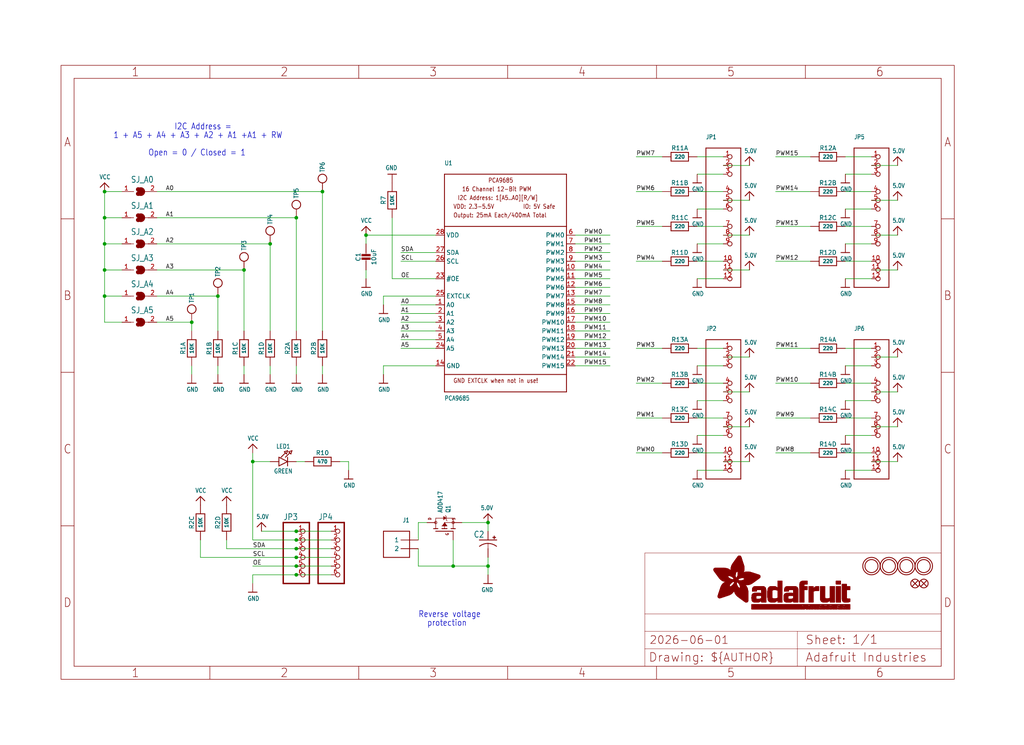
<source format=kicad_sch>
(kicad_sch (version 20230121) (generator eeschema)
  (paper "User" 298.45 217.322)
  (lib_symbols
    (symbol "working-eagle-import:5.0V" (power)
      (property "Value" "5.0V" (at -1.524 1.016 0))
      (symbol "5.0V_1_0"
        (pin power_in line (at 0 -2.54 90) (length 2.54) (name "5.0V") (number "1"))
      )
    )
    (symbol "working-eagle-import:CAP_CERAMIC0805-NOOUTLINE"
      (property "Reference" "C" (at -2.29 1.25 90))
      (symbol "CAP_CERAMIC0805-NOOUTLINE_1_0"
        (pin passive line (at 0 5.08 270) (length 2.54) (name "1") (number "1"))
        (pin passive line (at 0 -2.54 90) (length 2.54) (name "2") (number "2"))
      )
    )
    (symbol "working-eagle-import:CPOL-USE3.5-8"
      (property "Reference" "C" (at 1.016 0.635 0))
      (symbol "CPOL-USE3.5-8_1_0"
        (pin passive line (at 0 2.54 270) (length 2.54) (name "+") (number "+"))
        (pin passive line (at 0 -5.08 90) (length 2.54) (name "-") (number "-"))
      )
    )
    (symbol "working-eagle-import:FIDUCIAL{dblquote}{dblquote}")
    (symbol "working-eagle-import:FRAME_A4_ADAFRUIT"
      (symbol "FRAME_A4_ADAFRUIT_1_0"
        (text "${#}/${##}" (at 230.505 10.16 0) (effects (font (size 2.54 2.54)) (justify left bottom)))
        (text "${AUTHOR}" (at 189.23 5.08 0) (effects (font (size 2.286 2.286)) (justify left bottom)))
        (text "${CURRENT_DATE}" (at 171.45 10.16 0) (effects (font (size 2.286 2.286)) (justify left bottom)))
        (text "${PROJECTNAME}" (at 171.45 15.24 0) (effects (font (size 2.54 2.54)) (justify left bottom)))
        (text "1" (at 21.6958 1.905 0) (effects (font (size 2.54 2.286))))
        (text "1" (at 21.6958 177.165 0) (effects (font (size 2.54 2.286))))
        (text "2" (at 65.0875 1.905 0) (effects (font (size 2.54 2.286))))
        (text "2" (at 65.0875 177.165 0) (effects (font (size 2.54 2.286))))
        (text "3" (at 108.4792 1.905 0) (effects (font (size 2.54 2.286))))
        (text "3" (at 108.4792 177.165 0) (effects (font (size 2.54 2.286))))
        (text "4" (at 151.8708 1.905 0) (effects (font (size 2.54 2.286))))
        (text "4" (at 151.8708 177.165 0) (effects (font (size 2.54 2.286))))
        (text "5" (at 195.2625 1.905 0) (effects (font (size 2.54 2.286))))
        (text "5" (at 195.2625 177.165 0) (effects (font (size 2.54 2.286))))
        (text "6" (at 238.6542 1.905 0) (effects (font (size 2.54 2.286))))
        (text "6" (at 238.6542 177.165 0) (effects (font (size 2.54 2.286))))
        (text "A" (at 1.905 156.6863 0) (effects (font (size 2.54 2.286))))
        (text "A" (at 258.445 156.6863 0) (effects (font (size 2.54 2.286))))
        (text "Adafruit Industries" (at 216.916 4.953 0) (effects (font (size 2.54 2.54)) (justify left bottom)))
        (text "B" (at 1.905 111.9188 0) (effects (font (size 2.54 2.286))))
        (text "B" (at 258.445 111.9188 0) (effects (font (size 2.54 2.286))))
        (text "C" (at 1.905 67.1513 0) (effects (font (size 2.54 2.286))))
        (text "C" (at 258.445 67.1513 0) (effects (font (size 2.54 2.286))))
        (text "D" (at 1.905 22.3838 0) (effects (font (size 2.54 2.286))))
        (text "D" (at 258.445 22.3838 0) (effects (font (size 2.54 2.286))))
        (text "Drawing:" (at 171.196 4.953 0) (effects (font (size 2.54 2.54)) (justify left bottom)))
        (text "Sheet:" (at 216.916 10.033 0) (effects (font (size 2.54 2.54)) (justify left bottom)))
      )
    )
    (symbol "working-eagle-import:GND" (power)
      (property "Value" "GND" (at -1.524 -2.54 0))
      (symbol "GND_1_0"
        (pin power_in line (at 0 2.54 270) (length 2.54) (name "GND") (number "1"))
      )
    )
    (symbol "working-eagle-import:HEADER-3X04"
      (property "Reference" "JP" (at -5.08 22.86 0))
      (symbol "HEADER-3X04_1_0"
        (pin passive inverted (at 0 17.78 0) (length 2.54) (name "1") (number "1"))
        (pin passive inverted (at 0 -12.7 0) (length 2.54) (name "10") (number "10"))
        (pin passive inverted (at 0 -15.24 0) (length 2.54) (name "11") (number "11"))
        (pin passive inverted (at 0 -17.78 0) (length 2.54) (name "12") (number "12"))
        (pin passive inverted (at 0 15.24 0) (length 2.54) (name "2") (number "2"))
        (pin passive inverted (at 0 12.7 0) (length 2.54) (name "3") (number "3"))
        (pin passive inverted (at 0 7.62 0) (length 2.54) (name "4") (number "4"))
        (pin passive inverted (at 0 5.08 0) (length 2.54) (name "5") (number "5"))
        (pin passive inverted (at 0 2.54 0) (length 2.54) (name "6") (number "6"))
        (pin passive inverted (at 0 -2.54 0) (length 2.54) (name "7") (number "7"))
        (pin passive inverted (at 0 -5.08 0) (length 2.54) (name "8") (number "8"))
        (pin passive inverted (at 0 -7.62 0) (length 2.54) (name "9") (number "9"))
      )
    )
    (symbol "working-eagle-import:LED0805_NOOUTLINE"
      (property "Reference" "D" (at -1.27 4.445 0))
      (symbol "LED0805_NOOUTLINE_1_0"
        (pin passive line (at -5.08 0 0) (length 2.54) (name "A") (number "A"))
        (pin passive line (at 2.54 0 180) (length 2.54) (name "C") (number "C"))
      )
    )
    (symbol "working-eagle-import:MOSFET-PTO252"
      (property "Reference" "Q" (at 2.794 0.381 0))
      (symbol "MOSFET-PTO252_1_0"
        (text "D" (at 0.635 -3.81 0) (effects (font (size 0.8128 0.6908)) (justify left bottom)))
        (text "G" (at -3.81 1.27 0) (effects (font (size 0.8128 0.6908)) (justify left bottom)))
        (text "S" (at 0.635 3.175 0) (effects (font (size 0.8128 0.6908)) (justify left bottom)))
        (pin passive line (at -5.08 2.54 0) (length 2.54) (name "G") (number "1"))
        (pin passive line (at 0 5.08 270) (length 2.54) (name "S") (number "2"))
        (pin passive line (at 0 -5.08 90) (length 2.54) (name "D") (number "3"))
      )
    )
    (symbol "working-eagle-import:MOUNTINGHOLE2.5")
    (symbol "working-eagle-import:PCA9685"
      (property "Reference" "U" (at -17.78 35.56 0))
      (symbol "PCA9685_1_0"
        (text "16 Channel 12-Bit PWM" (at -12.7 27.94 0) (effects (font (size 1.27 1.0795)) (justify left bottom)))
        (text "GND EXTCLK when not in use!" (at -15.24 -27.94 0) (effects (font (size 1.27 1.0795)) (justify left bottom)))
        (text "I2C Address: 1[A5..A0][R/W]" (at -13.97 25.4 0) (effects (font (size 1.27 1.0795)) (justify left bottom)))
        (text "IO: 5V Safe" (at 5.08 22.86 0) (effects (font (size 1.27 1.0795)) (justify left bottom)))
        (text "Output: 25mA Each/400mA Total" (at -15.24 20.32 0) (effects (font (size 1.27 1.0795)) (justify left bottom)))
        (text "PCA9685" (at -5.08 30.48 0) (effects (font (size 1.27 1.0795)) (justify left bottom)))
        (text "VDD: 2.3-5.5V" (at -15.24 22.86 0) (effects (font (size 1.27 1.0795)) (justify left bottom)))
        (pin bidirectional line (at -20.32 -5.08 0) (length 2.54) (name "A0") (number "1"))
        (pin output line (at 20.32 5.08 180) (length 2.54) (name "PWM4") (number "10"))
        (pin output line (at 20.32 2.54 180) (length 2.54) (name "PWM5") (number "11"))
        (pin output line (at 20.32 0 180) (length 2.54) (name "PWM6") (number "12"))
        (pin output line (at 20.32 -2.54 180) (length 2.54) (name "PWM7") (number "13"))
        (pin power_in line (at -20.32 -22.86 0) (length 2.54) (name "GND") (number "14"))
        (pin output line (at 20.32 -5.08 180) (length 2.54) (name "PWM8") (number "15"))
        (pin output line (at 20.32 -7.62 180) (length 2.54) (name "PWM9") (number "16"))
        (pin output line (at 20.32 -10.16 180) (length 2.54) (name "PWM10") (number "17"))
        (pin output line (at 20.32 -12.7 180) (length 2.54) (name "PWM11") (number "18"))
        (pin output line (at 20.32 -15.24 180) (length 2.54) (name "PWM12") (number "19"))
        (pin bidirectional line (at -20.32 -7.62 0) (length 2.54) (name "A1") (number "2"))
        (pin output line (at 20.32 -17.78 180) (length 2.54) (name "PWM13") (number "20"))
        (pin output line (at 20.32 -20.32 180) (length 2.54) (name "PWM14") (number "21"))
        (pin output line (at 20.32 -22.86 180) (length 2.54) (name "PWM15") (number "22"))
        (pin input line (at -20.32 2.54 0) (length 2.54) (name "#OE") (number "23"))
        (pin bidirectional line (at -20.32 -17.78 0) (length 2.54) (name "A5") (number "24"))
        (pin input line (at -20.32 -2.54 0) (length 2.54) (name "EXTCLK") (number "25"))
        (pin bidirectional line (at -20.32 7.62 0) (length 2.54) (name "SCL") (number "26"))
        (pin bidirectional line (at -20.32 10.16 0) (length 2.54) (name "SDA") (number "27"))
        (pin power_in line (at -20.32 15.24 0) (length 2.54) (name "VDD") (number "28"))
        (pin bidirectional line (at -20.32 -10.16 0) (length 2.54) (name "A2") (number "3"))
        (pin bidirectional line (at -20.32 -12.7 0) (length 2.54) (name "A3") (number "4"))
        (pin bidirectional line (at -20.32 -15.24 0) (length 2.54) (name "A4") (number "5"))
        (pin output line (at 20.32 15.24 180) (length 2.54) (name "PWM0") (number "6"))
        (pin output line (at 20.32 12.7 180) (length 2.54) (name "PWM1") (number "7"))
        (pin output line (at 20.32 10.16 180) (length 2.54) (name "PWM2") (number "8"))
        (pin output line (at 20.32 7.62 180) (length 2.54) (name "PWM3") (number "9"))
      )
    )
    (symbol "working-eagle-import:PINHD-1X6CB"
      (property "Reference" "JP" (at -6.35 10.795 0))
      (symbol "PINHD-1X6CB_1_0"
        (pin passive inverted (at -2.54 7.62 0) (length 2.54) (name "1") (number "1"))
        (pin passive inverted (at -2.54 5.08 0) (length 2.54) (name "2") (number "2"))
        (pin passive inverted (at -2.54 2.54 0) (length 2.54) (name "3") (number "3"))
        (pin passive inverted (at -2.54 0 0) (length 2.54) (name "4") (number "4"))
        (pin passive inverted (at -2.54 -2.54 0) (length 2.54) (name "5") (number "5"))
        (pin passive inverted (at -2.54 -5.08 0) (length 2.54) (name "6") (number "6"))
      )
    )
    (symbol "working-eagle-import:RESISTOR0805_NOOUTLINE"
      (property "Reference" "R" (at 0 2.54 0))
      (symbol "RESISTOR0805_NOOUTLINE_1_0"
        (pin passive line (at -5.08 0 0) (length 2.54) (name "1") (number "1"))
        (pin passive line (at 5.08 0 180) (length 2.54) (name "2") (number "2"))
      )
    )
    (symbol "working-eagle-import:RESISTOR_0805MP"
      (property "Reference" "R" (at 0 2.54 0))
      (symbol "RESISTOR_0805MP_1_0"
        (pin passive line (at -5.08 0 0) (length 2.54) (name "1") (number "1"))
        (pin passive line (at 5.08 0 180) (length 2.54) (name "2") (number "2"))
      )
    )
    (symbol "working-eagle-import:RESISTOR_4PACK"
      (property "Reference" "R" (at 0 2.54 0))
      (symbol "RESISTOR_4PACK_1_0"
        (pin passive line (at -5.08 0 0) (length 2.54) (name "1") (number "1"))
        (pin passive line (at 5.08 0 180) (length 2.54) (name "2") (number "8"))
      )
      (symbol "RESISTOR_4PACK_2_0"
        (pin passive line (at -5.08 0 0) (length 2.54) (name "1") (number "2"))
        (pin passive line (at 5.08 0 180) (length 2.54) (name "2") (number "7"))
      )
      (symbol "RESISTOR_4PACK_3_0"
        (pin passive line (at -5.08 0 0) (length 2.54) (name "1") (number "3"))
        (pin passive line (at 5.08 0 180) (length 2.54) (name "2") (number "6"))
      )
      (symbol "RESISTOR_4PACK_4_0"
        (pin passive line (at -5.08 0 0) (length 2.54) (name "1") (number "4"))
        (pin passive line (at 5.08 0 180) (length 2.54) (name "2") (number "5"))
      )
    )
    (symbol "working-eagle-import:SOLDERJUMPERREFLOW_NOPASTE"
      (property "Reference" "SJ" (at -2.54 2.54 0))
      (symbol "SOLDERJUMPERREFLOW_NOPASTE_1_0"
        (pin passive line (at -5.08 0 0) (length 2.54) (name "1") (number "1"))
        (pin passive line (at 5.08 0 180) (length 2.54) (name "2") (number "2"))
      )
    )
    (symbol "working-eagle-import:TERMBLOCK_1X2"
      (property "Reference" "X" (at -2.54 7.62 0))
      (symbol "TERMBLOCK_1X2_1_0"
        (pin passive line (at -5.08 2.54 0) (length 5.08) (name "1") (number "1"))
        (pin passive line (at -5.08 0 0) (length 5.08) (name "2") (number "2"))
      )
    )
    (symbol "working-eagle-import:TESTPOINTROUND1MM"
      (property "Reference" "TP" (at 0 5.588 90))
      (symbol "TESTPOINTROUND1MM_1_0"
        (pin bidirectional line (at 0 0 90) (length 2.54) (name "P$1") (number "P$1"))
      )
    )
    (symbol "working-eagle-import:VCC" (power)
      (property "Value" "VCC" (at -1.524 1.016 0))
      (symbol "VCC_1_0"
        (pin power_in line (at 0 -2.54 90) (length 2.54) (name "VCC") (number "1"))
      )
    )
  )
  (junction (at 142.24 165.1))
  (junction (at 106.68 68.58))
  (junction (at 86.36 157.48))
  (junction (at 30.48 63.5))
  (junction (at 86.36 63.5))
  (junction (at 86.36 160.02))
  (junction (at 30.48 78.74))
  (junction (at 73.66 134.62))
  (junction (at 78.74 71.12))
  (junction (at 30.48 55.88))
  (junction (at 86.36 154.94))
  (junction (at 55.88 93.98))
  (junction (at 142.24 152.4))
  (junction (at 132.08 165.1))
  (junction (at 93.98 55.88))
  (junction (at 86.36 162.56))
  (junction (at 71.12 78.74))
  (junction (at 86.36 167.64))
  (junction (at 30.48 71.12))
  (junction (at 30.48 86.36))
  (junction (at 86.36 165.1))
  (junction (at 63.5 86.36))
  (wire (pts (xy 86.36 167.64) (xy 73.66 167.64)) (stroke (width 0.1524)))
  (wire (pts (xy 76.2 154.94) (xy 86.36 154.94)) (stroke (width 0.1524)))
  (wire (pts (xy 210.82 134.62) (xy 218.44 134.62)) (stroke (width 0.1524)))
  (wire (pts (xy 193.04 132.08) (xy 185.42 132.08)) (stroke (width 0.1524)))
  (wire (pts (xy 101.6 134.62) (xy 101.6 137.16)) (stroke (width 0.1524)))
  (wire (pts (xy 193.04 66.04) (xy 185.42 66.04)) (stroke (width 0.1524)))
  (wire (pts (xy 167.64 96.52) (xy 177.8 96.52)) (stroke (width 0.1524)))
  (wire (pts (xy 210.82 106.68) (xy 203.2 106.68)) (stroke (width 0.1524)))
  (wire (pts (xy 210.82 50.8) (xy 203.2 50.8)) (stroke (width 0.1524)))
  (wire (pts (xy 86.36 165.1) (xy 73.66 165.1)) (stroke (width 0.1524)))
  (wire (pts (xy 45.72 63.5) (xy 86.36 63.5)) (stroke (width 0.1524)))
  (wire (pts (xy 167.64 106.68) (xy 177.8 106.68)) (stroke (width 0.1524)))
  (wire (pts (xy 121.92 152.4) (xy 121.92 157.48)) (stroke (width 0.1524)))
  (wire (pts (xy 210.82 68.58) (xy 218.44 68.58)) (stroke (width 0.1524)))
  (wire (pts (xy 35.56 93.98) (xy 30.48 93.98)) (stroke (width 0.1524)))
  (wire (pts (xy 73.66 157.48) (xy 73.66 134.62)) (stroke (width 0.1524)))
  (wire (pts (xy 210.82 58.42) (xy 218.44 58.42)) (stroke (width 0.1524)))
  (wire (pts (xy 55.88 93.98) (xy 55.88 96.52)) (stroke (width 0.1524)))
  (wire (pts (xy 210.82 48.26) (xy 218.44 48.26)) (stroke (width 0.1524)))
  (wire (pts (xy 167.64 83.82) (xy 177.8 83.82)) (stroke (width 0.1524)))
  (wire (pts (xy 96.52 160.02) (xy 86.36 160.02)) (stroke (width 0.1524)))
  (wire (pts (xy 210.82 60.96) (xy 203.2 60.96)) (stroke (width 0.1524)))
  (wire (pts (xy 127 88.9) (xy 116.84 88.9)) (stroke (width 0.1524)))
  (wire (pts (xy 71.12 78.74) (xy 71.12 96.52)) (stroke (width 0.1524)))
  (wire (pts (xy 236.22 121.92) (xy 226.06 121.92)) (stroke (width 0.1524)))
  (wire (pts (xy 246.38 76.2) (xy 254 76.2)) (stroke (width 0.1524)))
  (wire (pts (xy 142.24 162.56) (xy 142.24 165.1)) (stroke (width 0.1524)))
  (wire (pts (xy 246.38 121.92) (xy 254 121.92)) (stroke (width 0.1524)))
  (wire (pts (xy 106.68 78.74) (xy 106.68 81.28)) (stroke (width 0.1524)))
  (wire (pts (xy 121.92 165.1) (xy 121.92 160.02)) (stroke (width 0.1524)))
  (wire (pts (xy 127 91.44) (xy 116.84 91.44)) (stroke (width 0.1524)))
  (wire (pts (xy 86.36 63.5) (xy 86.36 96.52)) (stroke (width 0.1524)))
  (wire (pts (xy 210.82 104.14) (xy 218.44 104.14)) (stroke (width 0.1524)))
  (wire (pts (xy 193.04 76.2) (xy 185.42 76.2)) (stroke (width 0.1524)))
  (wire (pts (xy 210.82 114.3) (xy 218.44 114.3)) (stroke (width 0.1524)))
  (wire (pts (xy 203.2 111.76) (xy 210.82 111.76)) (stroke (width 0.1524)))
  (wire (pts (xy 96.52 167.64) (xy 86.36 167.64)) (stroke (width 0.1524)))
  (wire (pts (xy 254 68.58) (xy 261.62 68.58)) (stroke (width 0.1524)))
  (wire (pts (xy 106.68 68.58) (xy 127 68.58)) (stroke (width 0.1524)))
  (wire (pts (xy 45.72 55.88) (xy 93.98 55.88)) (stroke (width 0.1524)))
  (wire (pts (xy 210.82 116.84) (xy 203.2 116.84)) (stroke (width 0.1524)))
  (wire (pts (xy 254 78.74) (xy 261.62 78.74)) (stroke (width 0.1524)))
  (wire (pts (xy 167.64 76.2) (xy 177.8 76.2)) (stroke (width 0.1524)))
  (wire (pts (xy 99.06 134.62) (xy 101.6 134.62)) (stroke (width 0.1524)))
  (wire (pts (xy 167.64 86.36) (xy 177.8 86.36)) (stroke (width 0.1524)))
  (wire (pts (xy 35.56 71.12) (xy 30.48 71.12)) (stroke (width 0.1524)))
  (wire (pts (xy 30.48 78.74) (xy 30.48 71.12)) (stroke (width 0.1524)))
  (wire (pts (xy 236.22 76.2) (xy 226.06 76.2)) (stroke (width 0.1524)))
  (wire (pts (xy 254 127) (xy 246.38 127)) (stroke (width 0.1524)))
  (wire (pts (xy 114.3 81.28) (xy 114.3 63.5)) (stroke (width 0.1524)))
  (wire (pts (xy 246.38 66.04) (xy 254 66.04)) (stroke (width 0.1524)))
  (wire (pts (xy 254 71.12) (xy 246.38 71.12)) (stroke (width 0.1524)))
  (wire (pts (xy 127 96.52) (xy 116.84 96.52)) (stroke (width 0.1524)))
  (wire (pts (xy 86.36 106.68) (xy 86.36 109.22)) (stroke (width 0.1524)))
  (wire (pts (xy 86.36 134.62) (xy 88.9 134.62)) (stroke (width 0.1524)))
  (wire (pts (xy 63.5 86.36) (xy 63.5 96.52)) (stroke (width 0.1524)))
  (wire (pts (xy 167.64 91.44) (xy 177.8 91.44)) (stroke (width 0.1524)))
  (wire (pts (xy 124.46 152.4) (xy 121.92 152.4)) (stroke (width 0.1524)))
  (wire (pts (xy 45.72 93.98) (xy 55.88 93.98)) (stroke (width 0.1524)))
  (wire (pts (xy 93.98 55.88) (xy 93.98 96.52)) (stroke (width 0.1524)))
  (wire (pts (xy 106.68 68.58) (xy 106.68 71.12)) (stroke (width 0.1524)))
  (wire (pts (xy 203.2 66.04) (xy 210.82 66.04)) (stroke (width 0.1524)))
  (wire (pts (xy 30.48 93.98) (xy 30.48 86.36)) (stroke (width 0.1524)))
  (wire (pts (xy 127 81.28) (xy 114.3 81.28)) (stroke (width 0.1524)))
  (wire (pts (xy 254 116.84) (xy 246.38 116.84)) (stroke (width 0.1524)))
  (wire (pts (xy 134.62 152.4) (xy 142.24 152.4)) (stroke (width 0.1524)))
  (wire (pts (xy 246.38 55.88) (xy 254 55.88)) (stroke (width 0.1524)))
  (wire (pts (xy 127 73.66) (xy 116.84 73.66)) (stroke (width 0.1524)))
  (wire (pts (xy 167.64 78.74) (xy 177.8 78.74)) (stroke (width 0.1524)))
  (wire (pts (xy 58.42 162.56) (xy 58.42 157.48)) (stroke (width 0.1524)))
  (wire (pts (xy 127 93.98) (xy 116.84 93.98)) (stroke (width 0.1524)))
  (wire (pts (xy 73.66 167.64) (xy 73.66 170.18)) (stroke (width 0.1524)))
  (wire (pts (xy 203.2 101.6) (xy 210.82 101.6)) (stroke (width 0.1524)))
  (wire (pts (xy 210.82 78.74) (xy 218.44 78.74)) (stroke (width 0.1524)))
  (wire (pts (xy 254 106.68) (xy 246.38 106.68)) (stroke (width 0.1524)))
  (wire (pts (xy 35.56 55.88) (xy 30.48 55.88)) (stroke (width 0.1524)))
  (wire (pts (xy 203.2 132.08) (xy 210.82 132.08)) (stroke (width 0.1524)))
  (wire (pts (xy 167.64 99.06) (xy 177.8 99.06)) (stroke (width 0.1524)))
  (wire (pts (xy 210.82 71.12) (xy 203.2 71.12)) (stroke (width 0.1524)))
  (wire (pts (xy 73.66 134.62) (xy 73.66 132.08)) (stroke (width 0.1524)))
  (wire (pts (xy 210.82 124.46) (xy 218.44 124.46)) (stroke (width 0.1524)))
  (wire (pts (xy 185.42 55.88) (xy 193.04 55.88)) (stroke (width 0.1524)))
  (wire (pts (xy 142.24 152.4) (xy 142.24 154.94)) (stroke (width 0.1524)))
  (wire (pts (xy 193.04 111.76) (xy 185.42 111.76)) (stroke (width 0.1524)))
  (wire (pts (xy 30.48 86.36) (xy 30.48 78.74)) (stroke (width 0.1524)))
  (wire (pts (xy 142.24 165.1) (xy 142.24 167.64)) (stroke (width 0.1524)))
  (wire (pts (xy 35.56 63.5) (xy 30.48 63.5)) (stroke (width 0.1524)))
  (wire (pts (xy 193.04 45.72) (xy 185.42 45.72)) (stroke (width 0.1524)))
  (wire (pts (xy 127 76.2) (xy 116.84 76.2)) (stroke (width 0.1524)))
  (wire (pts (xy 86.36 160.02) (xy 66.04 160.02)) (stroke (width 0.1524)))
  (wire (pts (xy 132.08 157.48) (xy 132.08 165.1)) (stroke (width 0.1524)))
  (wire (pts (xy 193.04 101.6) (xy 185.42 101.6)) (stroke (width 0.1524)))
  (wire (pts (xy 63.5 106.68) (xy 63.5 109.22)) (stroke (width 0.1524)))
  (wire (pts (xy 111.76 86.36) (xy 111.76 88.9)) (stroke (width 0.1524)))
  (wire (pts (xy 73.66 134.62) (xy 78.74 134.62)) (stroke (width 0.1524)))
  (wire (pts (xy 236.22 132.08) (xy 226.06 132.08)) (stroke (width 0.1524)))
  (wire (pts (xy 254 114.3) (xy 261.62 114.3)) (stroke (width 0.1524)))
  (wire (pts (xy 203.2 76.2) (xy 210.82 76.2)) (stroke (width 0.1524)))
  (wire (pts (xy 86.36 154.94) (xy 96.52 154.94)) (stroke (width 0.1524)))
  (wire (pts (xy 167.64 93.98) (xy 177.8 93.98)) (stroke (width 0.1524)))
  (wire (pts (xy 246.38 132.08) (xy 254 132.08)) (stroke (width 0.1524)))
  (wire (pts (xy 246.38 101.6) (xy 254 101.6)) (stroke (width 0.1524)))
  (wire (pts (xy 236.22 45.72) (xy 226.06 45.72)) (stroke (width 0.1524)))
  (wire (pts (xy 78.74 106.68) (xy 78.74 109.22)) (stroke (width 0.1524)))
  (wire (pts (xy 45.72 78.74) (xy 71.12 78.74)) (stroke (width 0.1524)))
  (wire (pts (xy 236.22 55.88) (xy 226.06 55.88)) (stroke (width 0.1524)))
  (wire (pts (xy 127 86.36) (xy 111.76 86.36)) (stroke (width 0.1524)))
  (wire (pts (xy 96.52 162.56) (xy 86.36 162.56)) (stroke (width 0.1524)))
  (wire (pts (xy 246.38 111.76) (xy 254 111.76)) (stroke (width 0.1524)))
  (wire (pts (xy 246.38 45.72) (xy 254 45.72)) (stroke (width 0.1524)))
  (wire (pts (xy 66.04 160.02) (xy 66.04 157.48)) (stroke (width 0.1524)))
  (wire (pts (xy 55.88 106.68) (xy 55.88 109.22)) (stroke (width 0.1524)))
  (wire (pts (xy 167.64 81.28) (xy 177.8 81.28)) (stroke (width 0.1524)))
  (wire (pts (xy 167.64 101.6) (xy 177.8 101.6)) (stroke (width 0.1524)))
  (wire (pts (xy 78.74 71.12) (xy 78.74 96.52)) (stroke (width 0.1524)))
  (wire (pts (xy 96.52 157.48) (xy 86.36 157.48)) (stroke (width 0.1524)))
  (wire (pts (xy 210.82 81.28) (xy 203.2 81.28)) (stroke (width 0.1524)))
  (wire (pts (xy 254 48.26) (xy 261.62 48.26)) (stroke (width 0.1524)))
  (wire (pts (xy 254 104.14) (xy 261.62 104.14)) (stroke (width 0.1524)))
  (wire (pts (xy 45.72 71.12) (xy 78.74 71.12)) (stroke (width 0.1524)))
  (wire (pts (xy 86.36 162.56) (xy 58.42 162.56)) (stroke (width 0.1524)))
  (wire (pts (xy 167.64 68.58) (xy 177.8 68.58)) (stroke (width 0.1524)))
  (wire (pts (xy 236.22 101.6) (xy 226.06 101.6)) (stroke (width 0.1524)))
  (wire (pts (xy 127 106.68) (xy 111.76 106.68)) (stroke (width 0.1524)))
  (wire (pts (xy 96.52 165.1) (xy 86.36 165.1)) (stroke (width 0.1524)))
  (wire (pts (xy 71.12 106.68) (xy 71.12 109.22)) (stroke (width 0.1524)))
  (wire (pts (xy 210.82 137.16) (xy 203.2 137.16)) (stroke (width 0.1524)))
  (wire (pts (xy 254 124.46) (xy 261.62 124.46)) (stroke (width 0.1524)))
  (wire (pts (xy 132.08 165.1) (xy 121.92 165.1)) (stroke (width 0.1524)))
  (wire (pts (xy 35.56 86.36) (xy 30.48 86.36)) (stroke (width 0.1524)))
  (wire (pts (xy 254 58.42) (xy 261.62 58.42)) (stroke (width 0.1524)))
  (wire (pts (xy 193.04 121.92) (xy 185.42 121.92)) (stroke (width 0.1524)))
  (wire (pts (xy 167.64 71.12) (xy 177.8 71.12)) (stroke (width 0.1524)))
  (wire (pts (xy 203.2 45.72) (xy 210.82 45.72)) (stroke (width 0.1524)))
  (wire (pts (xy 167.64 88.9) (xy 177.8 88.9)) (stroke (width 0.1524)))
  (wire (pts (xy 236.22 111.76) (xy 226.06 111.76)) (stroke (width 0.1524)))
  (wire (pts (xy 127 99.06) (xy 116.84 99.06)) (stroke (width 0.1524)))
  (wire (pts (xy 203.2 121.92) (xy 210.82 121.92)) (stroke (width 0.1524)))
  (wire (pts (xy 167.64 104.14) (xy 177.8 104.14)) (stroke (width 0.1524)))
  (wire (pts (xy 35.56 78.74) (xy 30.48 78.74)) (stroke (width 0.1524)))
  (wire (pts (xy 45.72 86.36) (xy 63.5 86.36)) (stroke (width 0.1524)))
  (wire (pts (xy 30.48 71.12) (xy 30.48 63.5)) (stroke (width 0.1524)))
  (wire (pts (xy 86.36 157.48) (xy 73.66 157.48)) (stroke (width 0.1524)))
  (wire (pts (xy 254 134.62) (xy 261.62 134.62)) (stroke (width 0.1524)))
  (wire (pts (xy 254 60.96) (xy 246.38 60.96)) (stroke (width 0.1524)))
  (wire (pts (xy 254 81.28) (xy 246.38 81.28)) (stroke (width 0.1524)))
  (wire (pts (xy 236.22 66.04) (xy 226.06 66.04)) (stroke (width 0.1524)))
  (wire (pts (xy 93.98 106.68) (xy 93.98 109.22)) (stroke (width 0.1524)))
  (wire (pts (xy 203.2 55.88) (xy 210.82 55.88)) (stroke (width 0.1524)))
  (wire (pts (xy 254 137.16) (xy 246.38 137.16)) (stroke (width 0.1524)))
  (wire (pts (xy 111.76 106.68) (xy 111.76 109.22)) (stroke (width 0.1524)))
  (wire (pts (xy 254 50.8) (xy 246.38 50.8)) (stroke (width 0.1524)))
  (wire (pts (xy 30.48 63.5) (xy 30.48 55.88)) (stroke (width 0.1524)))
  (wire (pts (xy 127 101.6) (xy 116.84 101.6)) (stroke (width 0.1524)))
  (wire (pts (xy 210.82 127) (xy 203.2 127)) (stroke (width 0.1524)))
  (wire (pts (xy 167.64 73.66) (xy 177.8 73.66)) (stroke (width 0.1524)))
  (wire (pts (xy 142.24 165.1) (xy 132.08 165.1)) (stroke (width 0.1524)))
  (text "protection" (at 124.46 182.88 0) (effects (font (size 1.778 1.5113)) (justify left bottom)))
  (text "I2C Address =" (at 50.8 38.1 0) (effects (font (size 1.778 1.5113)) (justify left bottom)))
  (text "Open = 0 / Closed = 1" (at 43.18 45.72 0) (effects (font (size 1.778 1.5113)) (justify left bottom)))
  (text "1 + A5 + A4 + A3 + A2 + A1 +A1 + RW" (at 33.02 40.64 0) (effects (font (size 1.778 1.5113)) (justify left bottom)))
  (text "Reverse voltage" (at 121.92 180.34 0) (effects (font (size 1.778 1.5113)) (justify left bottom)))
  (label "PWM12" (at 226.06 76.2 0) (effects (font (size 1.2446 1.2446))))
  (label "A5" (at 48.26 93.98 0) (effects (font (size 1.2446 1.2446))))
  (label "SCL" (at 73.66 162.56 0) (effects (font (size 1.2446 1.2446))))
  (label "PWM3" (at 170.18 76.2 0) (effects (font (size 1.2446 1.2446))))
  (label "PWM14" (at 226.06 55.88 0) (effects (font (size 1.2446 1.2446))))
  (label "PWM2" (at 185.42 111.76 0) (effects (font (size 1.2446 1.2446))))
  (label "A3" (at 116.84 96.52 0) (effects (font (size 1.2446 1.2446))))
  (label "PWM9" (at 226.06 121.92 0) (effects (font (size 1.2446 1.2446))))
  (label "PWM7" (at 170.18 86.36 0) (effects (font (size 1.2446 1.2446))))
  (label "PWM0" (at 170.18 68.58 0) (effects (font (size 1.2446 1.2446))))
  (label "PWM4" (at 170.18 78.74 0) (effects (font (size 1.2446 1.2446))))
  (label "PWM13" (at 226.06 66.04 0) (effects (font (size 1.2446 1.2446))))
  (label "PWM8" (at 226.06 132.08 0) (effects (font (size 1.2446 1.2446))))
  (label "PWM2" (at 170.18 73.66 0) (effects (font (size 1.2446 1.2446))))
  (label "PWM10" (at 226.06 111.76 0) (effects (font (size 1.2446 1.2446))))
  (label "PWM4" (at 185.42 76.2 0) (effects (font (size 1.2446 1.2446))))
  (label "PWM9" (at 170.18 91.44 0) (effects (font (size 1.2446 1.2446))))
  (label "OE" (at 116.84 81.28 0) (effects (font (size 1.2446 1.2446))))
  (label "SCL" (at 116.84 76.2 0) (effects (font (size 1.2446 1.2446))))
  (label "PWM12" (at 170.18 99.06 0) (effects (font (size 1.2446 1.2446))))
  (label "PWM15" (at 170.18 106.68 0) (effects (font (size 1.2446 1.2446))))
  (label "PWM8" (at 170.18 88.9 0) (effects (font (size 1.2446 1.2446))))
  (label "A5" (at 116.84 101.6 0) (effects (font (size 1.2446 1.2446))))
  (label "PWM1" (at 185.42 121.92 0) (effects (font (size 1.2446 1.2446))))
  (label "PWM14" (at 170.18 104.14 0) (effects (font (size 1.2446 1.2446))))
  (label "A1" (at 116.84 91.44 0) (effects (font (size 1.2446 1.2446))))
  (label "A4" (at 116.84 99.06 0) (effects (font (size 1.2446 1.2446))))
  (label "A1" (at 48.26 63.5 0) (effects (font (size 1.2446 1.2446))))
  (label "PWM13" (at 170.18 101.6 0) (effects (font (size 1.2446 1.2446))))
  (label "A0" (at 48.26 55.88 0) (effects (font (size 1.2446 1.2446))))
  (label "A3" (at 48.26 78.74 0) (effects (font (size 1.2446 1.2446))))
  (label "SDA" (at 73.66 160.02 0) (effects (font (size 1.2446 1.2446))))
  (label "A0" (at 116.84 88.9 0) (effects (font (size 1.2446 1.2446))))
  (label "OE" (at 73.66 165.1 0) (effects (font (size 1.2446 1.2446))))
  (label "PWM11" (at 226.06 101.6 0) (effects (font (size 1.2446 1.2446))))
  (label "A4" (at 48.26 86.36 0) (effects (font (size 1.2446 1.2446))))
  (label "SDA" (at 116.84 73.66 0) (effects (font (size 1.2446 1.2446))))
  (label "PWM7" (at 185.42 45.72 0) (effects (font (size 1.2446 1.2446))))
  (label "PWM6" (at 170.18 83.82 0) (effects (font (size 1.2446 1.2446))))
  (label "PWM3" (at 185.42 101.6 0) (effects (font (size 1.2446 1.2446))))
  (label "A2" (at 116.84 93.98 0) (effects (font (size 1.2446 1.2446))))
  (label "A2" (at 48.26 71.12 0) (effects (font (size 1.2446 1.2446))))
  (label "PWM5" (at 170.18 81.28 0) (effects (font (size 1.2446 1.2446))))
  (label "PWM5" (at 185.42 66.04 0) (effects (font (size 1.2446 1.2446))))
  (label "PWM11" (at 170.18 96.52 0) (effects (font (size 1.2446 1.2446))))
  (label "PWM6" (at 185.42 55.88 0) (effects (font (size 1.2446 1.2446))))
  (label "PWM1" (at 170.18 71.12 0) (effects (font (size 1.2446 1.2446))))
  (label "PWM15" (at 226.06 45.72 0) (effects (font (size 1.2446 1.2446))))
  (label "PWM0" (at 185.42 132.08 0) (effects (font (size 1.2446 1.2446))))
  (label "PWM10" (at 170.18 93.98 0) (effects (font (size 1.2446 1.2446))))
  (symbol (lib_id "working-eagle-import:FRAME_A4_ADAFRUIT") (at 17.78 198.12 0) (unit 1)
    (property "Reference" "#U$1" (effects hide))
    (property "Value" "FRAME_A4_ADAFRUIT" (effects hide))
  )
  (symbol (lib_id "working-eagle-import:GND") (at 203.2 109.22 0) (unit 1)
    (property "Reference" "#U$22" (effects hide))
    (property "Value" "GND" (at 201.676 111.76 0) (effects (font (size 1.27 1.0795)) (justify left bottom)))
  )
  (symbol (lib_id "working-eagle-import:RESISTOR_4PACK") (at 198.12 111.76 0) (unit 2)
    (property "Reference" "R13" (at 198.12 109.22 0))
    (property "Value" "220" (at 198.12 111.76 0) (effects (font (size 1.016 1.016) bold)))
    (property "Footprint" "working:RESPACK_4X0603" (effects hide))
  )
  (symbol (lib_id "working-eagle-import:GND") (at 246.38 119.38 0) (unit 1)
    (property "Reference" "#U$26" (effects hide))
    (property "Value" "GND" (at 244.856 121.92 0) (effects (font (size 1.27 1.0795)) (justify left bottom)))
  )
  (symbol (lib_id "working-eagle-import:GND") (at 246.38 83.82 0) (unit 1)
    (property "Reference" "#U$28" (effects hide))
    (property "Value" "GND" (at 244.856 86.36 0) (effects (font (size 1.27 1.0795)) (justify left bottom)))
  )
  (symbol (lib_id "working-eagle-import:5.0V") (at 261.62 101.6 0) (unit 1)
    (property "Reference" "#U$14" (effects hide))
    (property "Value" "5.0V" (at 260.096 100.584 0) (effects (font (size 1.27 1.0795)) (justify left bottom)))
  )
  (symbol (lib_id "working-eagle-import:5.0V") (at 218.44 76.2 0) (unit 1)
    (property "Reference" "#U$5" (effects hide))
    (property "Value" "5.0V" (at 216.916 75.184 0) (effects (font (size 1.27 1.0795)) (justify left bottom)))
  )
  (symbol (lib_id "working-eagle-import:GND") (at 203.2 83.82 0) (unit 1)
    (property "Reference" "#U$21" (effects hide))
    (property "Value" "GND" (at 201.676 86.36 0) (effects (font (size 1.27 1.0795)) (justify left bottom)))
  )
  (symbol (lib_id "working-eagle-import:RESISTOR_4PACK") (at 71.12 101.6 90) (unit 3)
    (property "Reference" "R1" (at 68.58 101.6 0))
    (property "Value" "10K" (at 71.12 101.6 0) (effects (font (size 1.016 1.016) bold)))
    (property "Footprint" "working:RESPACK_4X0603" (effects hide))
  )
  (symbol (lib_id "working-eagle-import:HEADER-3X04") (at 210.82 119.38 0) (unit 1)
    (property "Reference" "JP2" (at 205.74 96.52 0) (effects (font (size 1.27 1.0795)) (justify left bottom)))
    (property "Value" "HEADER-3X04" (effects hide))
    (property "Footprint" "working:3X04" (effects hide))
  )
  (symbol (lib_id "working-eagle-import:TESTPOINTROUND1MM") (at 63.5 86.36 0) (unit 1)
    (property "Reference" "TP2" (at 63.5 80.772 90) (effects (font (size 1.27 1.0795)) (justify left)))
    (property "Value" "TESTPOINTROUND1MM" (effects hide))
    (property "Footprint" "working:TESTPOINT_ROUND_1MM" (effects hide))
  )
  (symbol (lib_id "working-eagle-import:PINHD-1X6CB") (at 99.06 162.56 0) (unit 1)
    (property "Reference" "JP4" (at 92.71 151.765 0) (effects (font (size 1.778 1.5113)) (justify left bottom)))
    (property "Value" "PINHD-1X6CB" (effects hide))
    (property "Footprint" "working:1X06-CLEANBIG" (effects hide))
  )
  (symbol (lib_id "working-eagle-import:5.0V") (at 261.62 45.72 0) (unit 1)
    (property "Reference" "#U$10" (effects hide))
    (property "Value" "5.0V" (at 260.096 44.704 0) (effects (font (size 1.27 1.0795)) (justify left bottom)))
  )
  (symbol (lib_id "working-eagle-import:FIDUCIAL{dblquote}{dblquote}") (at 269.24 170.18 0) (unit 1)
    (property "Reference" "FID1" (effects hide))
    (property "Value" "FIDUCIAL{dblquote}{dblquote}" (effects hide))
    (property "Footprint" "working:FIDUCIAL_1MM" (effects hide))
  )
  (symbol (lib_id "working-eagle-import:HEADER-3X04") (at 210.82 63.5 0) (unit 1)
    (property "Reference" "JP1" (at 205.74 40.64 0) (effects (font (size 1.27 1.0795)) (justify left bottom)))
    (property "Value" "HEADER-3X04" (effects hide))
    (property "Footprint" "working:3X04" (effects hide))
  )
  (symbol (lib_id "working-eagle-import:RESISTOR_4PACK") (at 93.98 101.6 90) (unit 2)
    (property "Reference" "R2" (at 91.44 101.6 0))
    (property "Value" "10K" (at 93.98 101.6 0) (effects (font (size 1.016 1.016) bold)))
    (property "Footprint" "working:RESPACK_4X0603" (effects hide))
  )
  (symbol (lib_id "working-eagle-import:RESISTOR_4PACK") (at 198.12 66.04 0) (unit 3)
    (property "Reference" "R11" (at 198.12 63.5 0))
    (property "Value" "220" (at 198.12 66.04 0) (effects (font (size 1.016 1.016) bold)))
    (property "Footprint" "working:RESPACK_4X0603" (effects hide))
  )
  (symbol (lib_id "working-eagle-import:RESISTOR_4PACK") (at 241.3 66.04 0) (unit 3)
    (property "Reference" "R12" (at 241.3 63.5 0))
    (property "Value" "220" (at 241.3 66.04 0) (effects (font (size 1.016 1.016) bold)))
    (property "Footprint" "working:RESPACK_4X0603" (effects hide))
  )
  (symbol (lib_id "working-eagle-import:GND") (at 55.88 111.76 0) (unit 1)
    (property "Reference" "#U$36" (effects hide))
    (property "Value" "GND" (at 54.356 114.3 0) (effects (font (size 1.27 1.0795)) (justify left bottom)))
  )
  (symbol (lib_id "working-eagle-import:GND") (at 246.38 139.7 0) (unit 1)
    (property "Reference" "#U$33" (effects hide))
    (property "Value" "GND" (at 244.856 142.24 0) (effects (font (size 1.27 1.0795)) (justify left bottom)))
  )
  (symbol (lib_id "working-eagle-import:VCC") (at 106.68 66.04 0) (unit 1)
    (property "Reference" "#P+7" (effects hide))
    (property "Value" "VCC" (at 105.156 65.024 0) (effects (font (size 1.27 1.0795)) (justify left bottom)))
  )
  (symbol (lib_id "working-eagle-import:GND") (at 101.6 139.7 0) (unit 1)
    (property "Reference" "#U$43" (effects hide))
    (property "Value" "GND" (at 100.076 142.24 0) (effects (font (size 1.27 1.0795)) (justify left bottom)))
  )
  (symbol (lib_id "working-eagle-import:GND") (at 93.98 111.76 0) (unit 1)
    (property "Reference" "#U$41" (effects hide))
    (property "Value" "GND" (at 92.456 114.3 0) (effects (font (size 1.27 1.0795)) (justify left bottom)))
  )
  (symbol (lib_id "working-eagle-import:5.0V") (at 261.62 66.04 0) (unit 1)
    (property "Reference" "#U$12" (effects hide))
    (property "Value" "5.0V" (at 260.096 65.024 0) (effects (font (size 1.27 1.0795)) (justify left bottom)))
  )
  (symbol (lib_id "working-eagle-import:5.0V") (at 218.44 45.72 0) (unit 1)
    (property "Reference" "#U$2" (effects hide))
    (property "Value" "5.0V" (at 216.916 44.704 0) (effects (font (size 1.27 1.0795)) (justify left bottom)))
  )
  (symbol (lib_id "working-eagle-import:RESISTOR_4PACK") (at 241.3 45.72 0) (unit 1)
    (property "Reference" "R12" (at 241.3 43.18 0))
    (property "Value" "220" (at 241.3 45.72 0) (effects (font (size 1.016 1.016) bold)))
    (property "Footprint" "working:RESPACK_4X0603" (effects hide))
  )
  (symbol (lib_id "working-eagle-import:RESISTOR_0805MP") (at 93.98 134.62 0) (unit 1)
    (property "Reference" "R10" (at 93.98 132.08 0))
    (property "Value" "470" (at 93.98 134.62 0) (effects (font (size 1.016 1.016) bold)))
    (property "Footprint" "working:_0805MP" (effects hide))
  )
  (symbol (lib_id "working-eagle-import:GND") (at 114.3 50.8 180) (unit 1)
    (property "Reference" "#U$52" (effects hide))
    (property "Value" "GND" (at 115.824 48.26 0) (effects (font (size 1.27 1.0795)) (justify left bottom)))
  )
  (symbol (lib_id "working-eagle-import:TESTPOINTROUND1MM") (at 71.12 78.74 0) (unit 1)
    (property "Reference" "TP3" (at 71.12 73.152 90) (effects (font (size 1.27 1.0795)) (justify left)))
    (property "Value" "TESTPOINTROUND1MM" (effects hide))
    (property "Footprint" "working:TESTPOINT_ROUND_1MM" (effects hide))
  )
  (symbol (lib_id "working-eagle-import:GND") (at 86.36 111.76 0) (unit 1)
    (property "Reference" "#U$40" (effects hide))
    (property "Value" "GND" (at 84.836 114.3 0) (effects (font (size 1.27 1.0795)) (justify left bottom)))
  )
  (symbol (lib_id "working-eagle-import:SOLDERJUMPERREFLOW_NOPASTE") (at 40.64 93.98 0) (unit 1)
    (property "Reference" "SJ_A5" (at 38.1 91.44 0) (effects (font (size 1.778 1.5113)) (justify left bottom)))
    (property "Value" "SOLDERJUMPERREFLOW_NOPASTE" (effects hide))
    (property "Footprint" "working:SOLDERJUMPER_REFLOW_NOPASTE" (effects hide))
  )
  (symbol (lib_id "working-eagle-import:MOUNTINGHOLE2.5") (at 254 165.1 0) (unit 1)
    (property "Reference" "U$50" (effects hide))
    (property "Value" "MOUNTINGHOLE2.5" (effects hide))
    (property "Footprint" "working:MOUNTINGHOLE_2.5_PLATED" (effects hide))
  )
  (symbol (lib_id "working-eagle-import:5.0V") (at 218.44 132.08 0) (unit 1)
    (property "Reference" "#U$9" (effects hide))
    (property "Value" "5.0V" (at 216.916 131.064 0) (effects (font (size 1.27 1.0795)) (justify left bottom)))
  )
  (symbol (lib_id "working-eagle-import:RESISTOR_4PACK") (at 198.12 45.72 0) (unit 1)
    (property "Reference" "R11" (at 198.12 43.18 0))
    (property "Value" "220" (at 198.12 45.72 0) (effects (font (size 1.016 1.016) bold)))
    (property "Footprint" "working:RESPACK_4X0603" (effects hide))
  )
  (symbol (lib_id "working-eagle-import:5.0V") (at 218.44 55.88 0) (unit 1)
    (property "Reference" "#U$3" (effects hide))
    (property "Value" "5.0V" (at 216.916 54.864 0) (effects (font (size 1.27 1.0795)) (justify left bottom)))
  )
  (symbol (lib_id "working-eagle-import:GND") (at 111.76 111.76 0) (unit 1)
    (property "Reference" "#U$35" (effects hide))
    (property "Value" "GND" (at 110.236 114.3 0) (effects (font (size 1.27 1.0795)) (justify left bottom)))
  )
  (symbol (lib_id "working-eagle-import:FIDUCIAL{dblquote}{dblquote}") (at 266.7 170.18 0) (unit 1)
    (property "Reference" "FID2" (effects hide))
    (property "Value" "FIDUCIAL{dblquote}{dblquote}" (effects hide))
    (property "Footprint" "working:FIDUCIAL_1MM" (effects hide))
  )
  (symbol (lib_id "working-eagle-import:MOSFET-PTO252") (at 129.54 152.4 270) (mirror x) (unit 1)
    (property "Reference" "Q1" (at 129.921 149.606 0) (effects (font (size 1.27 1.0795)) (justify left bottom)))
    (property "Value" "AOD417" (at 127.635 149.606 0) (effects (font (size 1.27 1.0795)) (justify left bottom)))
    (property "Footprint" "working:TO252" (effects hide))
  )
  (symbol (lib_id "working-eagle-import:GND") (at 73.66 172.72 0) (unit 1)
    (property "Reference" "#U$44" (effects hide))
    (property "Value" "GND" (at 72.136 175.26 0) (effects (font (size 1.27 1.0795)) (justify left bottom)))
  )
  (symbol (lib_id "working-eagle-import:RESISTOR_4PACK") (at 63.5 101.6 90) (unit 2)
    (property "Reference" "R1" (at 60.96 101.6 0))
    (property "Value" "10K" (at 63.5 101.6 0) (effects (font (size 1.016 1.016) bold)))
    (property "Footprint" "working:RESPACK_4X0603" (effects hide))
  )
  (symbol (lib_id "working-eagle-import:CPOL-USE3.5-8") (at 142.24 157.48 0) (mirror y) (unit 1)
    (property "Reference" "C2" (at 141.224 156.845 0) (effects (font (size 1.778 1.5113)) (justify left bottom)))
    (property "Value" "CPOL-USE3.5-8" (effects hide))
    (property "Footprint" "working:E3,5-8" (effects hide))
  )
  (symbol (lib_id "working-eagle-import:5.0V") (at 218.44 121.92 0) (unit 1)
    (property "Reference" "#U$8" (effects hide))
    (property "Value" "5.0V" (at 216.916 120.904 0) (effects (font (size 1.27 1.0795)) (justify left bottom)))
  )
  (symbol (lib_id "working-eagle-import:GND") (at 106.68 83.82 0) (unit 1)
    (property "Reference" "#U$42" (effects hide))
    (property "Value" "GND" (at 105.156 86.36 0) (effects (font (size 1.27 1.0795)) (justify left bottom)))
  )
  (symbol (lib_id "working-eagle-import:HEADER-3X04") (at 254 63.5 0) (unit 1)
    (property "Reference" "JP5" (at 248.92 40.64 0) (effects (font (size 1.27 1.0795)) (justify left bottom)))
    (property "Value" "HEADER-3X04" (effects hide))
    (property "Footprint" "working:3X04" (effects hide))
  )
  (symbol (lib_id "working-eagle-import:RESISTOR_4PACK") (at 198.12 76.2 0) (unit 4)
    (property "Reference" "R11" (at 198.12 73.66 0))
    (property "Value" "220" (at 198.12 76.2 0) (effects (font (size 1.016 1.016) bold)))
    (property "Footprint" "working:RESPACK_4X0603" (effects hide))
  )
  (symbol (lib_id "working-eagle-import:5.0V") (at 218.44 101.6 0) (unit 1)
    (property "Reference" "#U$6" (effects hide))
    (property "Value" "5.0V" (at 216.916 100.584 0) (effects (font (size 1.27 1.0795)) (justify left bottom)))
  )
  (symbol (lib_id "working-eagle-import:GND") (at 246.38 63.5 0) (unit 1)
    (property "Reference" "#U$30" (effects hide))
    (property "Value" "GND" (at 244.856 66.04 0) (effects (font (size 1.27 1.0795)) (justify left bottom)))
  )
  (symbol (lib_id "working-eagle-import:GND") (at 246.38 53.34 0) (unit 1)
    (property "Reference" "#U$31" (effects hide))
    (property "Value" "GND" (at 244.856 55.88 0) (effects (font (size 1.27 1.0795)) (justify left bottom)))
  )
  (symbol (lib_id "working-eagle-import:5.0V") (at 261.62 121.92 0) (unit 1)
    (property "Reference" "#U$16" (effects hide))
    (property "Value" "5.0V" (at 260.096 120.904 0) (effects (font (size 1.27 1.0795)) (justify left bottom)))
  )
  (symbol (lib_id "working-eagle-import:TESTPOINTROUND1MM") (at 93.98 55.88 0) (unit 1)
    (property "Reference" "TP6" (at 93.98 50.292 90) (effects (font (size 1.27 1.0795)) (justify left)))
    (property "Value" "TESTPOINTROUND1MM" (effects hide))
    (property "Footprint" "working:TESTPOINT_ROUND_1MM" (effects hide))
  )
  (symbol (lib_id "working-eagle-import:GND") (at 71.12 111.76 0) (unit 1)
    (property "Reference" "#U$38" (effects hide))
    (property "Value" "GND" (at 69.596 114.3 0) (effects (font (size 1.27 1.0795)) (justify left bottom)))
  )
  (symbol (lib_id "working-eagle-import:GND") (at 203.2 119.38 0) (unit 1)
    (property "Reference" "#U$23" (effects hide))
    (property "Value" "GND" (at 201.676 121.92 0) (effects (font (size 1.27 1.0795)) (justify left bottom)))
  )
  (symbol (lib_id "working-eagle-import:GND") (at 78.74 111.76 0) (unit 1)
    (property "Reference" "#U$39" (effects hide))
    (property "Value" "GND" (at 77.216 114.3 0) (effects (font (size 1.27 1.0795)) (justify left bottom)))
  )
  (symbol (lib_id "working-eagle-import:RESISTOR_4PACK") (at 55.88 101.6 90) (unit 1)
    (property "Reference" "R1" (at 53.34 101.6 0))
    (property "Value" "10K" (at 55.88 101.6 0) (effects (font (size 1.016 1.016) bold)))
    (property "Footprint" "working:RESPACK_4X0603" (effects hide))
  )
  (symbol (lib_id "working-eagle-import:RESISTOR_4PACK") (at 66.04 152.4 90) (unit 4)
    (property "Reference" "R2" (at 63.5 152.4 0))
    (property "Value" "10K" (at 66.04 152.4 0) (effects (font (size 1.016 1.016) bold)))
    (property "Footprint" "working:RESPACK_4X0603" (effects hide))
  )
  (symbol (lib_id "working-eagle-import:RESISTOR_4PACK") (at 78.74 101.6 90) (unit 4)
    (property "Reference" "R1" (at 76.2 101.6 0))
    (property "Value" "10K" (at 78.74 101.6 0) (effects (font (size 1.016 1.016) bold)))
    (property "Footprint" "working:RESPACK_4X0603" (effects hide))
  )
  (symbol (lib_id "working-eagle-import:GND") (at 203.2 63.5 0) (unit 1)
    (property "Reference" "#U$19" (effects hide))
    (property "Value" "GND" (at 201.676 66.04 0) (effects (font (size 1.27 1.0795)) (justify left bottom)))
  )
  (symbol (lib_id "working-eagle-import:GND") (at 246.38 129.54 0) (unit 1)
    (property "Reference" "#U$25" (effects hide))
    (property "Value" "GND" (at 244.856 132.08 0) (effects (font (size 1.27 1.0795)) (justify left bottom)))
  )
  (symbol (lib_id "working-eagle-import:RESISTOR_4PACK") (at 198.12 55.88 0) (unit 2)
    (property "Reference" "R11" (at 198.12 53.34 0))
    (property "Value" "220" (at 198.12 55.88 0) (effects (font (size 1.016 1.016) bold)))
    (property "Footprint" "working:RESPACK_4X0603" (effects hide))
  )
  (symbol (lib_id "working-eagle-import:MOUNTINGHOLE2.5") (at 264.16 165.1 0) (unit 1)
    (property "Reference" "U$48" (effects hide))
    (property "Value" "MOUNTINGHOLE2.5" (effects hide))
    (property "Footprint" "working:MOUNTINGHOLE_2.5_PLATED" (effects hide))
  )
  (symbol (lib_id "working-eagle-import:GND") (at 203.2 129.54 0) (unit 1)
    (property "Reference" "#U$24" (effects hide))
    (property "Value" "GND" (at 201.676 132.08 0) (effects (font (size 1.27 1.0795)) (justify left bottom)))
  )
  (symbol (lib_id "working-eagle-import:VCC") (at 66.04 144.78 0) (unit 1)
    (property "Reference" "#P+10" (effects hide))
    (property "Value" "VCC" (at 64.516 143.764 0) (effects (font (size 1.27 1.0795)) (justify left bottom)))
  )
  (symbol (lib_id "working-eagle-import:5.0V") (at 142.24 149.86 0) (mirror y) (unit 1)
    (property "Reference" "#U$45" (effects hide))
    (property "Value" "5.0V" (at 143.764 148.844 0) (effects (font (size 1.27 1.0795)) (justify left bottom)))
  )
  (symbol (lib_id "working-eagle-import:RESISTOR_4PACK") (at 241.3 121.92 0) (unit 3)
    (property "Reference" "R14" (at 241.3 119.38 0))
    (property "Value" "220" (at 241.3 121.92 0) (effects (font (size 1.016 1.016) bold)))
    (property "Footprint" "working:RESPACK_4X0603" (effects hide))
  )
  (symbol (lib_id "working-eagle-import:GND") (at 203.2 53.34 0) (unit 1)
    (property "Reference" "#U$18" (effects hide))
    (property "Value" "GND" (at 201.676 55.88 0) (effects (font (size 1.27 1.0795)) (justify left bottom)))
  )
  (symbol (lib_id "working-eagle-import:SOLDERJUMPERREFLOW_NOPASTE") (at 40.64 78.74 0) (unit 1)
    (property "Reference" "SJ_A3" (at 38.1 76.2 0) (effects (font (size 1.778 1.5113)) (justify left bottom)))
    (property "Value" "SOLDERJUMPERREFLOW_NOPASTE" (effects hide))
    (property "Footprint" "working:SOLDERJUMPER_REFLOW_NOPASTE" (effects hide))
  )
  (symbol (lib_id "working-eagle-import:5.0V") (at 261.62 55.88 0) (unit 1)
    (property "Reference" "#U$11" (effects hide))
    (property "Value" "5.0V" (at 260.096 54.864 0) (effects (font (size 1.27 1.0795)) (justify left bottom)))
  )
  (symbol (lib_id "working-eagle-import:SOLDERJUMPERREFLOW_NOPASTE") (at 40.64 55.88 0) (unit 1)
    (property "Reference" "SJ_A0" (at 38.1 53.34 0) (effects (font (size 1.778 1.5113)) (justify left bottom)))
    (property "Value" "SOLDERJUMPERREFLOW_NOPASTE" (effects hide))
    (property "Footprint" "working:SOLDERJUMPER_REFLOW_NOPASTE" (effects hide))
  )
  (symbol (lib_id "working-eagle-import:TESTPOINTROUND1MM") (at 55.88 93.98 0) (unit 1)
    (property "Reference" "TP1" (at 55.88 88.392 90) (effects (font (size 1.27 1.0795)) (justify left)))
    (property "Value" "TESTPOINTROUND1MM" (effects hide))
    (property "Footprint" "working:TESTPOINT_ROUND_1MM" (effects hide))
  )
  (symbol (lib_id "working-eagle-import:SOLDERJUMPERREFLOW_NOPASTE") (at 40.64 86.36 0) (unit 1)
    (property "Reference" "SJ_A4" (at 38.1 83.82 0) (effects (font (size 1.778 1.5113)) (justify left bottom)))
    (property "Value" "SOLDERJUMPERREFLOW_NOPASTE" (effects hide))
    (property "Footprint" "working:SOLDERJUMPER_REFLOW_NOPASTE" (effects hide))
  )
  (symbol (lib_id "working-eagle-import:PINHD-1X6CB") (at 88.9 162.56 0) (unit 1)
    (property "Reference" "JP3" (at 82.55 151.765 0) (effects (font (size 1.778 1.5113)) (justify left bottom)))
    (property "Value" "PINHD-1X6CB" (effects hide))
    (property "Footprint" "working:1X06-CLEANBIG" (effects hide))
  )
  (symbol (lib_id "working-eagle-import:GND") (at 246.38 109.22 0) (unit 1)
    (property "Reference" "#U$27" (effects hide))
    (property "Value" "GND" (at 244.856 111.76 0) (effects (font (size 1.27 1.0795)) (justify left bottom)))
  )
  (symbol (lib_id "working-eagle-import:MOUNTINGHOLE2.5") (at 259.08 165.1 0) (unit 1)
    (property "Reference" "U$49" (effects hide))
    (property "Value" "MOUNTINGHOLE2.5" (effects hide))
    (property "Footprint" "working:MOUNTINGHOLE_2.5_PLATED" (effects hide))
  )
  (symbol (lib_id "working-eagle-import:GND") (at 142.24 170.18 0) (mirror y) (unit 1)
    (property "Reference" "#U$46" (effects hide))
    (property "Value" "GND" (at 143.764 172.72 0) (effects (font (size 1.27 1.0795)) (justify left bottom)))
  )
  (symbol (lib_id "working-eagle-import:VCC") (at 58.42 144.78 0) (unit 1)
    (property "Reference" "#P+11" (effects hide))
    (property "Value" "VCC" (at 56.896 143.764 0) (effects (font (size 1.27 1.0795)) (justify left bottom)))
  )
  (symbol (lib_id "working-eagle-import:RESISTOR_4PACK") (at 198.12 121.92 0) (unit 3)
    (property "Reference" "R13" (at 198.12 119.38 0))
    (property "Value" "220" (at 198.12 121.92 0) (effects (font (size 1.016 1.016) bold)))
    (property "Footprint" "working:RESPACK_4X0603" (effects hide))
  )
  (symbol (lib_id "working-eagle-import:RESISTOR_4PACK") (at 241.3 132.08 0) (unit 4)
    (property "Reference" "R14" (at 241.3 129.54 0))
    (property "Value" "220" (at 241.3 132.08 0) (effects (font (size 1.016 1.016) bold)))
    (property "Footprint" "working:RESPACK_4X0603" (effects hide))
  )
  (symbol (lib_id "working-eagle-import:TERMBLOCK_1X2") (at 116.84 160.02 0) (mirror y) (unit 1)
    (property "Reference" "J1" (at 119.38 152.4 0) (effects (font (size 1.27 1.0795)) (justify left bottom)))
    (property "Value" "TERMBLOCK_1X2" (effects hide))
    (property "Footprint" "working:TERMBLOCK_1X2-3.5MM" (effects hide))
  )
  (symbol (lib_id "working-eagle-import:GND") (at 111.76 91.44 0) (unit 1)
    (property "Reference" "#U$34" (effects hide))
    (property "Value" "GND" (at 110.236 93.98 0) (effects (font (size 1.27 1.0795)) (justify left bottom)))
  )
  (symbol (lib_id "working-eagle-import:RESISTOR0805_NOOUTLINE") (at 114.3 58.42 90) (unit 1)
    (property "Reference" "R7" (at 111.76 58.42 0))
    (property "Value" "10K" (at 114.3 58.42 0) (effects (font (size 1.016 1.016) bold)))
    (property "Footprint" "working:0805-NO" (effects hide))
  )
  (symbol (lib_id "working-eagle-import:5.0V") (at 261.62 132.08 0) (unit 1)
    (property "Reference" "#U$17" (effects hide))
    (property "Value" "5.0V" (at 260.096 131.064 0) (effects (font (size 1.27 1.0795)) (justify left bottom)))
  )
  (symbol (lib_id "working-eagle-import:RESISTOR_4PACK") (at 198.12 101.6 0) (unit 1)
    (property "Reference" "R13" (at 198.12 99.06 0))
    (property "Value" "220" (at 198.12 101.6 0) (effects (font (size 1.016 1.016) bold)))
    (property "Footprint" "working:RESPACK_4X0603" (effects hide))
  )
  (symbol (lib_id "working-eagle-import:VCC") (at 30.48 53.34 0) (unit 1)
    (property "Reference" "#P+6" (effects hide))
    (property "Value" "VCC" (at 28.956 52.324 0) (effects (font (size 1.27 1.0795)) (justify left bottom)))
  )
  (symbol (lib_id "working-eagle-import:LED0805_NOOUTLINE") (at 83.82 134.62 0) (unit 1)
    (property "Reference" "LED1" (at 82.55 130.175 0) (effects (font (size 1.27 1.0795))))
    (property "Value" "GREEN" (at 82.55 137.414 0) (effects (font (size 1.27 1.0795))))
    (property "Footprint" "working:CHIPLED_0805_NOOUTLINE" (effects hide))
  )
  (symbol (lib_id "working-eagle-import:RESISTOR_4PACK") (at 241.3 55.88 0) (unit 2)
    (property "Reference" "R12" (at 241.3 53.34 0))
    (property "Value" "220" (at 241.3 55.88 0) (effects (font (size 1.016 1.016) bold)))
    (property "Footprint" "working:RESPACK_4X0603" (effects hide))
  )
  (symbol (lib_id "working-eagle-import:5.0V") (at 218.44 66.04 0) (unit 1)
    (property "Reference" "#U$4" (effects hide))
    (property "Value" "5.0V" (at 216.916 65.024 0) (effects (font (size 1.27 1.0795)) (justify left bottom)))
  )
  (symbol (lib_id "working-eagle-import:TESTPOINTROUND1MM") (at 86.36 63.5 0) (unit 1)
    (property "Reference" "TP5" (at 86.36 57.912 90) (effects (font (size 1.27 1.0795)) (justify left)))
    (property "Value" "TESTPOINTROUND1MM" (effects hide))
    (property "Footprint" "working:TESTPOINT_ROUND_1MM" (effects hide))
  )
  (symbol (lib_id "working-eagle-import:GND") (at 63.5 111.76 0) (unit 1)
    (property "Reference" "#U$37" (effects hide))
    (property "Value" "GND" (at 61.976 114.3 0) (effects (font (size 1.27 1.0795)) (justify left bottom)))
  )
  (symbol (lib_id "working-eagle-import:GND") (at 246.38 73.66 0) (unit 1)
    (property "Reference" "#U$29" (effects hide))
    (property "Value" "GND" (at 244.856 76.2 0) (effects (font (size 1.27 1.0795)) (justify left bottom)))
  )
  (symbol (lib_id "working-eagle-import:RESISTOR_4PACK") (at 86.36 101.6 90) (unit 1)
    (property "Reference" "R2" (at 83.82 101.6 0))
    (property "Value" "10K" (at 86.36 101.6 0) (effects (font (size 1.016 1.016) bold)))
    (property "Footprint" "working:RESPACK_4X0603" (effects hide))
  )
  (symbol (lib_id "working-eagle-import:PCA9685") (at 147.32 83.82 0) (unit 1)
    (property "Reference" "U1" (at 129.54 48.26 0) (effects (font (size 1.27 1.0795)) (justify left bottom)))
    (property "Value" "PCA9685" (at 129.54 116.84 0) (effects (font (size 1.27 1.0795)) (justify left bottom)))
    (property "Footprint" "working:TSSOP28" (effects hide))
  )
  (symbol (lib_id "working-eagle-import:RESISTOR_4PACK") (at 58.42 152.4 90) (unit 3)
    (property "Reference" "R2" (at 55.88 152.4 0))
    (property "Value" "10K" (at 58.42 152.4 0) (effects (font (size 1.016 1.016) bold)))
    (property "Footprint" "working:RESPACK_4X0603" (effects hide))
  )
  (symbol (lib_id "working-eagle-import:HEADER-3X04") (at 254 119.38 0) (unit 1)
    (property "Reference" "JP6" (at 248.92 96.52 0) (effects (font (size 1.27 1.0795)) (justify left bottom)))
    (property "Value" "HEADER-3X04" (effects hide))
    (property "Footprint" "working:3X04" (effects hide))
  )
  (symbol (lib_id "working-eagle-import:GND") (at 203.2 139.7 0) (unit 1)
    (property "Reference" "#U$32" (effects hide))
    (property "Value" "GND" (at 201.676 142.24 0) (effects (font (size 1.27 1.0795)) (justify left bottom)))
  )
  (symbol (lib_id "working-eagle-import:RESISTOR_4PACK") (at 241.3 111.76 0) (unit 2)
    (property "Reference" "R14" (at 241.3 109.22 0))
    (property "Value" "220" (at 241.3 111.76 0) (effects (font (size 1.016 1.016) bold)))
    (property "Footprint" "working:RESPACK_4X0603" (effects hide))
  )
  (symbol (lib_id "working-eagle-import:RESISTOR_4PACK") (at 241.3 76.2 0) (unit 4)
    (property "Reference" "R12" (at 241.3 73.66 0))
    (property "Value" "220" (at 241.3 76.2 0) (effects (font (size 1.016 1.016) bold)))
    (property "Footprint" "working:RESPACK_4X0603" (effects hide))
  )
  (symbol (lib_id "working-eagle-import:GND") (at 203.2 73.66 0) (unit 1)
    (property "Reference" "#U$20" (effects hide))
    (property "Value" "GND" (at 201.676 76.2 0) (effects (font (size 1.27 1.0795)) (justify left bottom)))
  )
  (symbol (lib_id "working-eagle-import:SOLDERJUMPERREFLOW_NOPASTE") (at 40.64 71.12 0) (unit 1)
    (property "Reference" "SJ_A2" (at 38.1 68.58 0) (effects (font (size 1.778 1.5113)) (justify left bottom)))
    (property "Value" "SOLDERJUMPERREFLOW_NOPASTE" (effects hide))
    (property "Footprint" "working:SOLDERJUMPER_REFLOW_NOPASTE" (effects hide))
  )
  (symbol (lib_id "working-eagle-import:5.0V") (at 76.2 152.4 0) (unit 1)
    (property "Reference" "#U$53" (effects hide))
    (property "Value" "5.0V" (at 74.676 151.384 0) (effects (font (size 1.27 1.0795)) (justify left bottom)))
  )
  (symbol (lib_id "working-eagle-import:5.0V") (at 218.44 111.76 0) (unit 1)
    (property "Reference" "#U$7" (effects hide))
    (property "Value" "5.0V" (at 216.916 110.744 0) (effects (font (size 1.27 1.0795)) (justify left bottom)))
  )
  (symbol (lib_id "working-eagle-import:5.0V") (at 261.62 76.2 0) (unit 1)
    (property "Reference" "#U$13" (effects hide))
    (property "Value" "5.0V" (at 260.096 75.184 0) (effects (font (size 1.27 1.0795)) (justify left bottom)))
  )
  (symbol (lib_id "working-eagle-import:MOUNTINGHOLE2.5") (at 269.24 165.1 0) (unit 1)
    (property "Reference" "U$47" (effects hide))
    (property "Value" "MOUNTINGHOLE2.5" (effects hide))
    (property "Footprint" "working:MOUNTINGHOLE_2.5_PLATED" (effects hide))
  )
  (symbol (lib_id "working-eagle-import:CAP_CERAMIC0805-NOOUTLINE") (at 106.68 76.2 0) (unit 1)
    (property "Reference" "C1" (at 104.39 74.95 90))
    (property "Value" "10uF" (at 108.98 74.95 90))
    (property "Footprint" "working:0805-NO" (effects hide))
  )
  (symbol (lib_id "working-eagle-import:RESISTOR_4PACK") (at 198.12 132.08 0) (unit 4)
    (property "Reference" "R13" (at 198.12 129.54 0))
    (property "Value" "220" (at 198.12 132.08 0) (effects (font (size 1.016 1.016) bold)))
    (property "Footprint" "working:RESPACK_4X0603" (effects hide))
  )
  (symbol (lib_id "working-eagle-import:5.0V") (at 261.62 111.76 0) (unit 1)
    (property "Reference" "#U$15" (effects hide))
    (property "Value" "5.0V" (at 260.096 110.744 0) (effects (font (size 1.27 1.0795)) (justify left bottom)))
  )
  (symbol (lib_id "working-eagle-import:RESISTOR_4PACK") (at 241.3 101.6 0) (unit 1)
    (property "Reference" "R14" (at 241.3 99.06 0))
    (property "Value" "220" (at 241.3 101.6 0) (effects (font (size 1.016 1.016) bold)))
    (property "Footprint" "working:RESPACK_4X0603" (effects hide))
  )
  (symbol (lib_id "working-eagle-import:TESTPOINTROUND1MM") (at 78.74 71.12 0) (unit 1)
    (property "Reference" "TP4" (at 78.74 65.532 90) (effects (font (size 1.27 1.0795)) (justify left)))
    (property "Value" "TESTPOINTROUND1MM" (effects hide))
    (property "Footprint" "working:TESTPOINT_ROUND_1MM" (effects hide))
  )
  (symbol (lib_id "working-eagle-import:VCC") (at 73.66 129.54 0) (unit 1)
    (property "Reference" "#P+9" (effects hide))
    (property "Value" "VCC" (at 72.136 128.524 0) (effects (font (size 1.27 1.0795)) (justify left bottom)))
  )
  (symbol (lib_id "working-eagle-import:SOLDERJUMPERREFLOW_NOPASTE") (at 40.64 63.5 0) (unit 1)
    (property "Reference" "SJ_A1" (at 38.1 60.96 0) (effects (font (size 1.778 1.5113)) (justify left bottom)))
    (property "Value" "SOLDERJUMPERREFLOW_NOPASTE" (effects hide))
    (property "Footprint" "working:SOLDERJUMPER_REFLOW_NOPASTE" (effects hide))
  )
)
</source>
